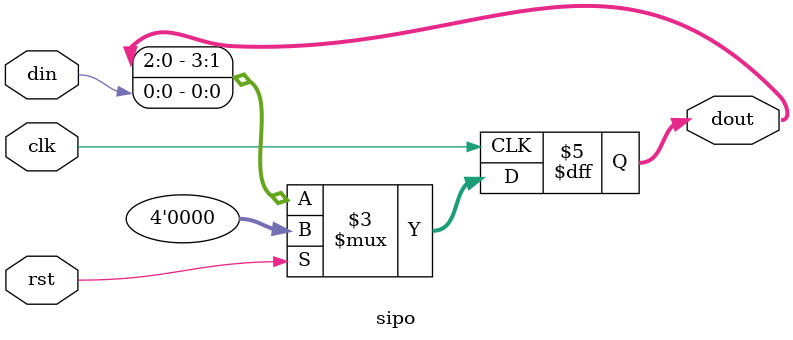
<source format=v>
module sipo(input din,
            input clk, rst,
            output  reg [3:0]dout
);

always @(posedge clk)
begin
if(rst)
dout=4'b0000;
else
dout<={dout[2:0],din};
end
endmodule



</source>
